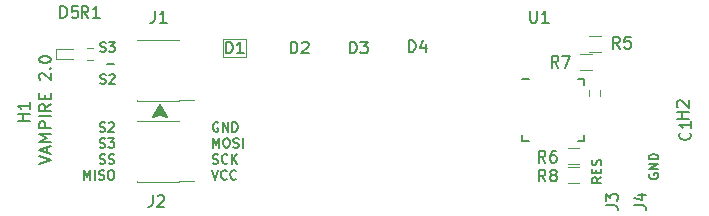
<source format=gbr>
G04 #@! TF.GenerationSoftware,KiCad,Pcbnew,5.0.1*
G04 #@! TF.CreationDate,2018-12-04T10:53:53+13:00*
G04 #@! TF.ProjectId,jake_small,6A616B655F736D616C6C2E6B69636164,rev?*
G04 #@! TF.SameCoordinates,Original*
G04 #@! TF.FileFunction,Legend,Top*
G04 #@! TF.FilePolarity,Positive*
%FSLAX46Y46*%
G04 Gerber Fmt 4.6, Leading zero omitted, Abs format (unit mm)*
G04 Created by KiCad (PCBNEW 5.0.1) date Tue 04 Dec 2018 10:53:53 NZDT*
%MOMM*%
%LPD*%
G01*
G04 APERTURE LIST*
%ADD10C,0.150000*%
%ADD11C,0.100000*%
%ADD12C,0.120000*%
G04 APERTURE END LIST*
D10*
X172600000Y-52409523D02*
X172561904Y-52485714D01*
X172561904Y-52600000D01*
X172600000Y-52714285D01*
X172676190Y-52790476D01*
X172752380Y-52828571D01*
X172904761Y-52866666D01*
X173019047Y-52866666D01*
X173171428Y-52828571D01*
X173247619Y-52790476D01*
X173323809Y-52714285D01*
X173361904Y-52600000D01*
X173361904Y-52523809D01*
X173323809Y-52409523D01*
X173285714Y-52371428D01*
X173019047Y-52371428D01*
X173019047Y-52523809D01*
X173361904Y-52028571D02*
X172561904Y-52028571D01*
X173361904Y-51571428D01*
X172561904Y-51571428D01*
X173361904Y-51190476D02*
X172561904Y-51190476D01*
X172561904Y-51000000D01*
X172600000Y-50885714D01*
X172676190Y-50809523D01*
X172752380Y-50771428D01*
X172904761Y-50733333D01*
X173019047Y-50733333D01*
X173171428Y-50771428D01*
X173247619Y-50809523D01*
X173323809Y-50885714D01*
X173361904Y-51000000D01*
X173361904Y-51190476D01*
X168561904Y-52695238D02*
X168180952Y-52961904D01*
X168561904Y-53152380D02*
X167761904Y-53152380D01*
X167761904Y-52847619D01*
X167800000Y-52771428D01*
X167838095Y-52733333D01*
X167914285Y-52695238D01*
X168028571Y-52695238D01*
X168104761Y-52733333D01*
X168142857Y-52771428D01*
X168180952Y-52847619D01*
X168180952Y-53152380D01*
X168142857Y-52352380D02*
X168142857Y-52085714D01*
X168561904Y-51971428D02*
X168561904Y-52352380D01*
X167761904Y-52352380D01*
X167761904Y-51971428D01*
X168523809Y-51666666D02*
X168561904Y-51552380D01*
X168561904Y-51361904D01*
X168523809Y-51285714D01*
X168485714Y-51247619D01*
X168409523Y-51209523D01*
X168333333Y-51209523D01*
X168257142Y-51247619D01*
X168219047Y-51285714D01*
X168180952Y-51361904D01*
X168142857Y-51514285D01*
X168104761Y-51590476D01*
X168066666Y-51628571D01*
X167990476Y-51666666D01*
X167914285Y-51666666D01*
X167838095Y-51628571D01*
X167800000Y-51590476D01*
X167761904Y-51514285D01*
X167761904Y-51323809D01*
X167800000Y-51209523D01*
G36*
X131200000Y-46600000D02*
X130600000Y-47600000D01*
X131200000Y-47400000D01*
X131800000Y-47600000D01*
X131200000Y-46600000D01*
G37*
X131200000Y-46600000D02*
X130600000Y-47600000D01*
X131200000Y-47400000D01*
X131800000Y-47600000D01*
X131200000Y-46600000D01*
D11*
X136500000Y-42500000D02*
X138500000Y-42500000D01*
X136500000Y-41000000D02*
X136500000Y-42500000D01*
X138500000Y-41000000D02*
X136500000Y-41000000D01*
X138500000Y-42500000D02*
X138500000Y-41000000D01*
D10*
X152261904Y-42102380D02*
X152261904Y-41102380D01*
X152500000Y-41102380D01*
X152642857Y-41150000D01*
X152738095Y-41245238D01*
X152785714Y-41340476D01*
X152833333Y-41530952D01*
X152833333Y-41673809D01*
X152785714Y-41864285D01*
X152738095Y-41959523D01*
X152642857Y-42054761D01*
X152500000Y-42102380D01*
X152261904Y-42102380D01*
X153690476Y-41435714D02*
X153690476Y-42102380D01*
X153452380Y-41054761D02*
X153214285Y-41769047D01*
X153833333Y-41769047D01*
X147261904Y-42202380D02*
X147261904Y-41202380D01*
X147500000Y-41202380D01*
X147642857Y-41250000D01*
X147738095Y-41345238D01*
X147785714Y-41440476D01*
X147833333Y-41630952D01*
X147833333Y-41773809D01*
X147785714Y-41964285D01*
X147738095Y-42059523D01*
X147642857Y-42154761D01*
X147500000Y-42202380D01*
X147261904Y-42202380D01*
X148166666Y-41202380D02*
X148785714Y-41202380D01*
X148452380Y-41583333D01*
X148595238Y-41583333D01*
X148690476Y-41630952D01*
X148738095Y-41678571D01*
X148785714Y-41773809D01*
X148785714Y-42011904D01*
X148738095Y-42107142D01*
X148690476Y-42154761D01*
X148595238Y-42202380D01*
X148309523Y-42202380D01*
X148214285Y-42154761D01*
X148166666Y-42107142D01*
X142261904Y-42202380D02*
X142261904Y-41202380D01*
X142500000Y-41202380D01*
X142642857Y-41250000D01*
X142738095Y-41345238D01*
X142785714Y-41440476D01*
X142833333Y-41630952D01*
X142833333Y-41773809D01*
X142785714Y-41964285D01*
X142738095Y-42059523D01*
X142642857Y-42154761D01*
X142500000Y-42202380D01*
X142261904Y-42202380D01*
X143214285Y-41297619D02*
X143261904Y-41250000D01*
X143357142Y-41202380D01*
X143595238Y-41202380D01*
X143690476Y-41250000D01*
X143738095Y-41297619D01*
X143785714Y-41392857D01*
X143785714Y-41488095D01*
X143738095Y-41630952D01*
X143166666Y-42202380D01*
X143785714Y-42202380D01*
X136761904Y-42202380D02*
X136761904Y-41202380D01*
X137000000Y-41202380D01*
X137142857Y-41250000D01*
X137238095Y-41345238D01*
X137285714Y-41440476D01*
X137333333Y-41630952D01*
X137333333Y-41773809D01*
X137285714Y-41964285D01*
X137238095Y-42059523D01*
X137142857Y-42154761D01*
X137000000Y-42202380D01*
X136761904Y-42202380D01*
X138285714Y-42202380D02*
X137714285Y-42202380D01*
X138000000Y-42202380D02*
X138000000Y-41202380D01*
X137904761Y-41345238D01*
X137809523Y-41440476D01*
X137714285Y-41488095D01*
X136107023Y-48075000D02*
X136030833Y-48036904D01*
X135916547Y-48036904D01*
X135802261Y-48075000D01*
X135726071Y-48151190D01*
X135687976Y-48227380D01*
X135649880Y-48379761D01*
X135649880Y-48494047D01*
X135687976Y-48646428D01*
X135726071Y-48722619D01*
X135802261Y-48798809D01*
X135916547Y-48836904D01*
X135992738Y-48836904D01*
X136107023Y-48798809D01*
X136145119Y-48760714D01*
X136145119Y-48494047D01*
X135992738Y-48494047D01*
X136487976Y-48836904D02*
X136487976Y-48036904D01*
X136945119Y-48836904D01*
X136945119Y-48036904D01*
X137326071Y-48836904D02*
X137326071Y-48036904D01*
X137516547Y-48036904D01*
X137630833Y-48075000D01*
X137707023Y-48151190D01*
X137745119Y-48227380D01*
X137783214Y-48379761D01*
X137783214Y-48494047D01*
X137745119Y-48646428D01*
X137707023Y-48722619D01*
X137630833Y-48798809D01*
X137516547Y-48836904D01*
X137326071Y-48836904D01*
X135687976Y-50186904D02*
X135687976Y-49386904D01*
X135954642Y-49958333D01*
X136221309Y-49386904D01*
X136221309Y-50186904D01*
X136754642Y-49386904D02*
X136907023Y-49386904D01*
X136983214Y-49425000D01*
X137059404Y-49501190D01*
X137097500Y-49653571D01*
X137097500Y-49920238D01*
X137059404Y-50072619D01*
X136983214Y-50148809D01*
X136907023Y-50186904D01*
X136754642Y-50186904D01*
X136678452Y-50148809D01*
X136602261Y-50072619D01*
X136564166Y-49920238D01*
X136564166Y-49653571D01*
X136602261Y-49501190D01*
X136678452Y-49425000D01*
X136754642Y-49386904D01*
X137402261Y-50148809D02*
X137516547Y-50186904D01*
X137707023Y-50186904D01*
X137783214Y-50148809D01*
X137821309Y-50110714D01*
X137859404Y-50034523D01*
X137859404Y-49958333D01*
X137821309Y-49882142D01*
X137783214Y-49844047D01*
X137707023Y-49805952D01*
X137554642Y-49767857D01*
X137478452Y-49729761D01*
X137440357Y-49691666D01*
X137402261Y-49615476D01*
X137402261Y-49539285D01*
X137440357Y-49463095D01*
X137478452Y-49425000D01*
X137554642Y-49386904D01*
X137745119Y-49386904D01*
X137859404Y-49425000D01*
X138202261Y-50186904D02*
X138202261Y-49386904D01*
X135649880Y-51498809D02*
X135764166Y-51536904D01*
X135954642Y-51536904D01*
X136030833Y-51498809D01*
X136068928Y-51460714D01*
X136107023Y-51384523D01*
X136107023Y-51308333D01*
X136068928Y-51232142D01*
X136030833Y-51194047D01*
X135954642Y-51155952D01*
X135802261Y-51117857D01*
X135726071Y-51079761D01*
X135687976Y-51041666D01*
X135649880Y-50965476D01*
X135649880Y-50889285D01*
X135687976Y-50813095D01*
X135726071Y-50775000D01*
X135802261Y-50736904D01*
X135992738Y-50736904D01*
X136107023Y-50775000D01*
X136907023Y-51460714D02*
X136868928Y-51498809D01*
X136754642Y-51536904D01*
X136678452Y-51536904D01*
X136564166Y-51498809D01*
X136487976Y-51422619D01*
X136449880Y-51346428D01*
X136411785Y-51194047D01*
X136411785Y-51079761D01*
X136449880Y-50927380D01*
X136487976Y-50851190D01*
X136564166Y-50775000D01*
X136678452Y-50736904D01*
X136754642Y-50736904D01*
X136868928Y-50775000D01*
X136907023Y-50813095D01*
X137249880Y-51536904D02*
X137249880Y-50736904D01*
X137707023Y-51536904D02*
X137364166Y-51079761D01*
X137707023Y-50736904D02*
X137249880Y-51194047D01*
X135573690Y-52086904D02*
X135840357Y-52886904D01*
X136107023Y-52086904D01*
X136830833Y-52810714D02*
X136792738Y-52848809D01*
X136678452Y-52886904D01*
X136602261Y-52886904D01*
X136487976Y-52848809D01*
X136411785Y-52772619D01*
X136373690Y-52696428D01*
X136335595Y-52544047D01*
X136335595Y-52429761D01*
X136373690Y-52277380D01*
X136411785Y-52201190D01*
X136487976Y-52125000D01*
X136602261Y-52086904D01*
X136678452Y-52086904D01*
X136792738Y-52125000D01*
X136830833Y-52163095D01*
X137630833Y-52810714D02*
X137592738Y-52848809D01*
X137478452Y-52886904D01*
X137402261Y-52886904D01*
X137287976Y-52848809D01*
X137211785Y-52772619D01*
X137173690Y-52696428D01*
X137135595Y-52544047D01*
X137135595Y-52429761D01*
X137173690Y-52277380D01*
X137211785Y-52201190D01*
X137287976Y-52125000D01*
X137402261Y-52086904D01*
X137478452Y-52086904D01*
X137592738Y-52125000D01*
X137630833Y-52163095D01*
X126131071Y-42023809D02*
X126245357Y-42061904D01*
X126435833Y-42061904D01*
X126512023Y-42023809D01*
X126550119Y-41985714D01*
X126588214Y-41909523D01*
X126588214Y-41833333D01*
X126550119Y-41757142D01*
X126512023Y-41719047D01*
X126435833Y-41680952D01*
X126283452Y-41642857D01*
X126207261Y-41604761D01*
X126169166Y-41566666D01*
X126131071Y-41490476D01*
X126131071Y-41414285D01*
X126169166Y-41338095D01*
X126207261Y-41300000D01*
X126283452Y-41261904D01*
X126473928Y-41261904D01*
X126588214Y-41300000D01*
X126854880Y-41261904D02*
X127350119Y-41261904D01*
X127083452Y-41566666D01*
X127197738Y-41566666D01*
X127273928Y-41604761D01*
X127312023Y-41642857D01*
X127350119Y-41719047D01*
X127350119Y-41909523D01*
X127312023Y-41985714D01*
X127273928Y-42023809D01*
X127197738Y-42061904D01*
X126969166Y-42061904D01*
X126892976Y-42023809D01*
X126854880Y-41985714D01*
X126702500Y-43107142D02*
X127312023Y-43107142D01*
X126131071Y-44723809D02*
X126245357Y-44761904D01*
X126435833Y-44761904D01*
X126512023Y-44723809D01*
X126550119Y-44685714D01*
X126588214Y-44609523D01*
X126588214Y-44533333D01*
X126550119Y-44457142D01*
X126512023Y-44419047D01*
X126435833Y-44380952D01*
X126283452Y-44342857D01*
X126207261Y-44304761D01*
X126169166Y-44266666D01*
X126131071Y-44190476D01*
X126131071Y-44114285D01*
X126169166Y-44038095D01*
X126207261Y-44000000D01*
X126283452Y-43961904D01*
X126473928Y-43961904D01*
X126588214Y-44000000D01*
X126892976Y-44038095D02*
X126931071Y-44000000D01*
X127007261Y-43961904D01*
X127197738Y-43961904D01*
X127273928Y-44000000D01*
X127312023Y-44038095D01*
X127350119Y-44114285D01*
X127350119Y-44190476D01*
X127312023Y-44304761D01*
X126854880Y-44761904D01*
X127350119Y-44761904D01*
X126081071Y-48798809D02*
X126195357Y-48836904D01*
X126385833Y-48836904D01*
X126462023Y-48798809D01*
X126500119Y-48760714D01*
X126538214Y-48684523D01*
X126538214Y-48608333D01*
X126500119Y-48532142D01*
X126462023Y-48494047D01*
X126385833Y-48455952D01*
X126233452Y-48417857D01*
X126157261Y-48379761D01*
X126119166Y-48341666D01*
X126081071Y-48265476D01*
X126081071Y-48189285D01*
X126119166Y-48113095D01*
X126157261Y-48075000D01*
X126233452Y-48036904D01*
X126423928Y-48036904D01*
X126538214Y-48075000D01*
X126842976Y-48113095D02*
X126881071Y-48075000D01*
X126957261Y-48036904D01*
X127147738Y-48036904D01*
X127223928Y-48075000D01*
X127262023Y-48113095D01*
X127300119Y-48189285D01*
X127300119Y-48265476D01*
X127262023Y-48379761D01*
X126804880Y-48836904D01*
X127300119Y-48836904D01*
X126081071Y-50148809D02*
X126195357Y-50186904D01*
X126385833Y-50186904D01*
X126462023Y-50148809D01*
X126500119Y-50110714D01*
X126538214Y-50034523D01*
X126538214Y-49958333D01*
X126500119Y-49882142D01*
X126462023Y-49844047D01*
X126385833Y-49805952D01*
X126233452Y-49767857D01*
X126157261Y-49729761D01*
X126119166Y-49691666D01*
X126081071Y-49615476D01*
X126081071Y-49539285D01*
X126119166Y-49463095D01*
X126157261Y-49425000D01*
X126233452Y-49386904D01*
X126423928Y-49386904D01*
X126538214Y-49425000D01*
X126804880Y-49386904D02*
X127300119Y-49386904D01*
X127033452Y-49691666D01*
X127147738Y-49691666D01*
X127223928Y-49729761D01*
X127262023Y-49767857D01*
X127300119Y-49844047D01*
X127300119Y-50034523D01*
X127262023Y-50110714D01*
X127223928Y-50148809D01*
X127147738Y-50186904D01*
X126919166Y-50186904D01*
X126842976Y-50148809D01*
X126804880Y-50110714D01*
X126081071Y-51498809D02*
X126195357Y-51536904D01*
X126385833Y-51536904D01*
X126462023Y-51498809D01*
X126500119Y-51460714D01*
X126538214Y-51384523D01*
X126538214Y-51308333D01*
X126500119Y-51232142D01*
X126462023Y-51194047D01*
X126385833Y-51155952D01*
X126233452Y-51117857D01*
X126157261Y-51079761D01*
X126119166Y-51041666D01*
X126081071Y-50965476D01*
X126081071Y-50889285D01*
X126119166Y-50813095D01*
X126157261Y-50775000D01*
X126233452Y-50736904D01*
X126423928Y-50736904D01*
X126538214Y-50775000D01*
X126842976Y-51498809D02*
X126957261Y-51536904D01*
X127147738Y-51536904D01*
X127223928Y-51498809D01*
X127262023Y-51460714D01*
X127300119Y-51384523D01*
X127300119Y-51308333D01*
X127262023Y-51232142D01*
X127223928Y-51194047D01*
X127147738Y-51155952D01*
X126995357Y-51117857D01*
X126919166Y-51079761D01*
X126881071Y-51041666D01*
X126842976Y-50965476D01*
X126842976Y-50889285D01*
X126881071Y-50813095D01*
X126919166Y-50775000D01*
X126995357Y-50736904D01*
X127185833Y-50736904D01*
X127300119Y-50775000D01*
X124747738Y-52886904D02*
X124747738Y-52086904D01*
X125014404Y-52658333D01*
X125281071Y-52086904D01*
X125281071Y-52886904D01*
X125662023Y-52886904D02*
X125662023Y-52086904D01*
X126004880Y-52848809D02*
X126119166Y-52886904D01*
X126309642Y-52886904D01*
X126385833Y-52848809D01*
X126423928Y-52810714D01*
X126462023Y-52734523D01*
X126462023Y-52658333D01*
X126423928Y-52582142D01*
X126385833Y-52544047D01*
X126309642Y-52505952D01*
X126157261Y-52467857D01*
X126081071Y-52429761D01*
X126042976Y-52391666D01*
X126004880Y-52315476D01*
X126004880Y-52239285D01*
X126042976Y-52163095D01*
X126081071Y-52125000D01*
X126157261Y-52086904D01*
X126347738Y-52086904D01*
X126462023Y-52125000D01*
X126957261Y-52086904D02*
X127109642Y-52086904D01*
X127185833Y-52125000D01*
X127262023Y-52201190D01*
X127300119Y-52353571D01*
X127300119Y-52620238D01*
X127262023Y-52772619D01*
X127185833Y-52848809D01*
X127109642Y-52886904D01*
X126957261Y-52886904D01*
X126881071Y-52848809D01*
X126804880Y-52772619D01*
X126766785Y-52620238D01*
X126766785Y-52353571D01*
X126804880Y-52201190D01*
X126881071Y-52125000D01*
X126957261Y-52086904D01*
X120952380Y-51545238D02*
X121952380Y-51211904D01*
X120952380Y-50878571D01*
X121666666Y-50592857D02*
X121666666Y-50116666D01*
X121952380Y-50688095D02*
X120952380Y-50354761D01*
X121952380Y-50021428D01*
X121952380Y-49688095D02*
X120952380Y-49688095D01*
X121666666Y-49354761D01*
X120952380Y-49021428D01*
X121952380Y-49021428D01*
X121952380Y-48545238D02*
X120952380Y-48545238D01*
X120952380Y-48164285D01*
X121000000Y-48069047D01*
X121047619Y-48021428D01*
X121142857Y-47973809D01*
X121285714Y-47973809D01*
X121380952Y-48021428D01*
X121428571Y-48069047D01*
X121476190Y-48164285D01*
X121476190Y-48545238D01*
X121952380Y-47545238D02*
X120952380Y-47545238D01*
X121952380Y-46497619D02*
X121476190Y-46830952D01*
X121952380Y-47069047D02*
X120952380Y-47069047D01*
X120952380Y-46688095D01*
X121000000Y-46592857D01*
X121047619Y-46545238D01*
X121142857Y-46497619D01*
X121285714Y-46497619D01*
X121380952Y-46545238D01*
X121428571Y-46592857D01*
X121476190Y-46688095D01*
X121476190Y-47069047D01*
X121428571Y-46069047D02*
X121428571Y-45735714D01*
X121952380Y-45592857D02*
X121952380Y-46069047D01*
X120952380Y-46069047D01*
X120952380Y-45592857D01*
X121047619Y-44450000D02*
X121000000Y-44402380D01*
X120952380Y-44307142D01*
X120952380Y-44069047D01*
X121000000Y-43973809D01*
X121047619Y-43926190D01*
X121142857Y-43878571D01*
X121238095Y-43878571D01*
X121380952Y-43926190D01*
X121952380Y-44497619D01*
X121952380Y-43878571D01*
X121857142Y-43450000D02*
X121904761Y-43402380D01*
X121952380Y-43450000D01*
X121904761Y-43497619D01*
X121857142Y-43450000D01*
X121952380Y-43450000D01*
X120952380Y-42783333D02*
X120952380Y-42688095D01*
X121000000Y-42592857D01*
X121047619Y-42545238D01*
X121142857Y-42497619D01*
X121333333Y-42450000D01*
X121571428Y-42450000D01*
X121761904Y-42497619D01*
X121857142Y-42545238D01*
X121904761Y-42592857D01*
X121952380Y-42688095D01*
X121952380Y-42783333D01*
X121904761Y-42878571D01*
X121857142Y-42926190D01*
X121761904Y-42973809D01*
X121571428Y-43021428D01*
X121333333Y-43021428D01*
X121142857Y-42973809D01*
X121047619Y-42926190D01*
X121000000Y-42878571D01*
X120952380Y-42783333D01*
D12*
G04 #@! TO.C,J2*
X132765000Y-53100000D02*
X129235000Y-53100000D01*
X132765000Y-47900000D02*
X129235000Y-47900000D01*
X134090000Y-53035000D02*
X132765000Y-53035000D01*
X132765000Y-53100000D02*
X132765000Y-53035000D01*
X129235000Y-53100000D02*
X129235000Y-53035000D01*
X132765000Y-47965000D02*
X132765000Y-47900000D01*
X129235000Y-47965000D02*
X129235000Y-47900000D01*
G04 #@! TO.C,J1*
X129235000Y-41115000D02*
X129235000Y-41050000D01*
X132765000Y-41115000D02*
X132765000Y-41050000D01*
X129235000Y-46250000D02*
X129235000Y-46185000D01*
X132765000Y-46250000D02*
X132765000Y-46185000D01*
X134090000Y-46185000D02*
X132765000Y-46185000D01*
X132765000Y-41050000D02*
X129235000Y-41050000D01*
X132765000Y-46250000D02*
X129235000Y-46250000D01*
G04 #@! TO.C,R8*
X166700000Y-53180000D02*
X165700000Y-53180000D01*
X165700000Y-51820000D02*
X166700000Y-51820000D01*
G04 #@! TO.C,R6*
X165700000Y-50220000D02*
X166700000Y-50220000D01*
X166700000Y-51580000D02*
X165700000Y-51580000D01*
G04 #@! TO.C,C1*
X168470000Y-45775000D02*
X168470000Y-45275000D01*
X167530000Y-45275000D02*
X167530000Y-45775000D01*
D10*
G04 #@! TO.C,U1*
X167125000Y-44375000D02*
X166600000Y-44375000D01*
X167125000Y-49625000D02*
X166600000Y-49625000D01*
X161875000Y-49625000D02*
X162400000Y-49625000D01*
X161875000Y-44375000D02*
X162400000Y-44375000D01*
X167125000Y-49625000D02*
X167125000Y-49100000D01*
X161875000Y-49625000D02*
X161875000Y-49100000D01*
X167125000Y-44375000D02*
X167125000Y-44900000D01*
D12*
G04 #@! TO.C,R7*
X167750000Y-43580000D02*
X166750000Y-43580000D01*
X166750000Y-42220000D02*
X167750000Y-42220000D01*
G04 #@! TO.C,R5*
X168500000Y-42080000D02*
X167500000Y-42080000D01*
X167500000Y-40720000D02*
X168500000Y-40720000D01*
G04 #@! TO.C,D5*
X122350000Y-41800000D02*
X123800000Y-41800000D01*
X122350000Y-42700000D02*
X123800000Y-42700000D01*
X122350000Y-41800000D02*
X122350000Y-42700000D01*
G04 #@! TO.C,R1*
X125050000Y-42780000D02*
X125550000Y-42780000D01*
X125550000Y-41720000D02*
X125050000Y-41720000D01*
G04 #@! TO.C,J2*
D10*
X130566666Y-54202380D02*
X130566666Y-54916666D01*
X130519047Y-55059523D01*
X130423809Y-55154761D01*
X130280952Y-55202380D01*
X130185714Y-55202380D01*
X130995238Y-54297619D02*
X131042857Y-54250000D01*
X131138095Y-54202380D01*
X131376190Y-54202380D01*
X131471428Y-54250000D01*
X131519047Y-54297619D01*
X131566666Y-54392857D01*
X131566666Y-54488095D01*
X131519047Y-54630952D01*
X130947619Y-55202380D01*
X131566666Y-55202380D01*
G04 #@! TO.C,J1*
X130766666Y-38602380D02*
X130766666Y-39316666D01*
X130719047Y-39459523D01*
X130623809Y-39554761D01*
X130480952Y-39602380D01*
X130385714Y-39602380D01*
X131766666Y-39602380D02*
X131195238Y-39602380D01*
X131480952Y-39602380D02*
X131480952Y-38602380D01*
X131385714Y-38745238D01*
X131290476Y-38840476D01*
X131195238Y-38888095D01*
G04 #@! TO.C,R8*
X163833333Y-53052380D02*
X163500000Y-52576190D01*
X163261904Y-53052380D02*
X163261904Y-52052380D01*
X163642857Y-52052380D01*
X163738095Y-52100000D01*
X163785714Y-52147619D01*
X163833333Y-52242857D01*
X163833333Y-52385714D01*
X163785714Y-52480952D01*
X163738095Y-52528571D01*
X163642857Y-52576190D01*
X163261904Y-52576190D01*
X164404761Y-52480952D02*
X164309523Y-52433333D01*
X164261904Y-52385714D01*
X164214285Y-52290476D01*
X164214285Y-52242857D01*
X164261904Y-52147619D01*
X164309523Y-52100000D01*
X164404761Y-52052380D01*
X164595238Y-52052380D01*
X164690476Y-52100000D01*
X164738095Y-52147619D01*
X164785714Y-52242857D01*
X164785714Y-52290476D01*
X164738095Y-52385714D01*
X164690476Y-52433333D01*
X164595238Y-52480952D01*
X164404761Y-52480952D01*
X164309523Y-52528571D01*
X164261904Y-52576190D01*
X164214285Y-52671428D01*
X164214285Y-52861904D01*
X164261904Y-52957142D01*
X164309523Y-53004761D01*
X164404761Y-53052380D01*
X164595238Y-53052380D01*
X164690476Y-53004761D01*
X164738095Y-52957142D01*
X164785714Y-52861904D01*
X164785714Y-52671428D01*
X164738095Y-52576190D01*
X164690476Y-52528571D01*
X164595238Y-52480952D01*
G04 #@! TO.C,R6*
X163833333Y-51452380D02*
X163500000Y-50976190D01*
X163261904Y-51452380D02*
X163261904Y-50452380D01*
X163642857Y-50452380D01*
X163738095Y-50500000D01*
X163785714Y-50547619D01*
X163833333Y-50642857D01*
X163833333Y-50785714D01*
X163785714Y-50880952D01*
X163738095Y-50928571D01*
X163642857Y-50976190D01*
X163261904Y-50976190D01*
X164690476Y-50452380D02*
X164500000Y-50452380D01*
X164404761Y-50500000D01*
X164357142Y-50547619D01*
X164261904Y-50690476D01*
X164214285Y-50880952D01*
X164214285Y-51261904D01*
X164261904Y-51357142D01*
X164309523Y-51404761D01*
X164404761Y-51452380D01*
X164595238Y-51452380D01*
X164690476Y-51404761D01*
X164738095Y-51357142D01*
X164785714Y-51261904D01*
X164785714Y-51023809D01*
X164738095Y-50928571D01*
X164690476Y-50880952D01*
X164595238Y-50833333D01*
X164404761Y-50833333D01*
X164309523Y-50880952D01*
X164261904Y-50928571D01*
X164214285Y-51023809D01*
G04 #@! TO.C,C1*
X176057142Y-48916666D02*
X176104761Y-48964285D01*
X176152380Y-49107142D01*
X176152380Y-49202380D01*
X176104761Y-49345238D01*
X176009523Y-49440476D01*
X175914285Y-49488095D01*
X175723809Y-49535714D01*
X175580952Y-49535714D01*
X175390476Y-49488095D01*
X175295238Y-49440476D01*
X175200000Y-49345238D01*
X175152380Y-49202380D01*
X175152380Y-49107142D01*
X175200000Y-48964285D01*
X175247619Y-48916666D01*
X176152380Y-47964285D02*
X176152380Y-48535714D01*
X176152380Y-48250000D02*
X175152380Y-48250000D01*
X175295238Y-48345238D01*
X175390476Y-48440476D01*
X175438095Y-48535714D01*
G04 #@! TO.C,H1*
X120152380Y-47911904D02*
X119152380Y-47911904D01*
X119628571Y-47911904D02*
X119628571Y-47340476D01*
X120152380Y-47340476D02*
X119152380Y-47340476D01*
X120152380Y-46340476D02*
X120152380Y-46911904D01*
X120152380Y-46626190D02*
X119152380Y-46626190D01*
X119295238Y-46721428D01*
X119390476Y-46816666D01*
X119438095Y-46911904D01*
G04 #@! TO.C,H2*
X175952380Y-47761904D02*
X174952380Y-47761904D01*
X175428571Y-47761904D02*
X175428571Y-47190476D01*
X175952380Y-47190476D02*
X174952380Y-47190476D01*
X175047619Y-46761904D02*
X175000000Y-46714285D01*
X174952380Y-46619047D01*
X174952380Y-46380952D01*
X175000000Y-46285714D01*
X175047619Y-46238095D01*
X175142857Y-46190476D01*
X175238095Y-46190476D01*
X175380952Y-46238095D01*
X175952380Y-46809523D01*
X175952380Y-46190476D01*
G04 #@! TO.C,U1*
X162538095Y-38602380D02*
X162538095Y-39411904D01*
X162585714Y-39507142D01*
X162633333Y-39554761D01*
X162728571Y-39602380D01*
X162919047Y-39602380D01*
X163014285Y-39554761D01*
X163061904Y-39507142D01*
X163109523Y-39411904D01*
X163109523Y-38602380D01*
X164109523Y-39602380D02*
X163538095Y-39602380D01*
X163823809Y-39602380D02*
X163823809Y-38602380D01*
X163728571Y-38745238D01*
X163633333Y-38840476D01*
X163538095Y-38888095D01*
G04 #@! TO.C,R7*
X164933333Y-43402380D02*
X164600000Y-42926190D01*
X164361904Y-43402380D02*
X164361904Y-42402380D01*
X164742857Y-42402380D01*
X164838095Y-42450000D01*
X164885714Y-42497619D01*
X164933333Y-42592857D01*
X164933333Y-42735714D01*
X164885714Y-42830952D01*
X164838095Y-42878571D01*
X164742857Y-42926190D01*
X164361904Y-42926190D01*
X165266666Y-42402380D02*
X165933333Y-42402380D01*
X165504761Y-43402380D01*
G04 #@! TO.C,R5*
X170133333Y-41802380D02*
X169800000Y-41326190D01*
X169561904Y-41802380D02*
X169561904Y-40802380D01*
X169942857Y-40802380D01*
X170038095Y-40850000D01*
X170085714Y-40897619D01*
X170133333Y-40992857D01*
X170133333Y-41135714D01*
X170085714Y-41230952D01*
X170038095Y-41278571D01*
X169942857Y-41326190D01*
X169561904Y-41326190D01*
X171038095Y-40802380D02*
X170561904Y-40802380D01*
X170514285Y-41278571D01*
X170561904Y-41230952D01*
X170657142Y-41183333D01*
X170895238Y-41183333D01*
X170990476Y-41230952D01*
X171038095Y-41278571D01*
X171085714Y-41373809D01*
X171085714Y-41611904D01*
X171038095Y-41707142D01*
X170990476Y-41754761D01*
X170895238Y-41802380D01*
X170657142Y-41802380D01*
X170561904Y-41754761D01*
X170514285Y-41707142D01*
G04 #@! TO.C,J3*
X168952380Y-55083333D02*
X169666666Y-55083333D01*
X169809523Y-55130952D01*
X169904761Y-55226190D01*
X169952380Y-55369047D01*
X169952380Y-55464285D01*
X168952380Y-54702380D02*
X168952380Y-54083333D01*
X169333333Y-54416666D01*
X169333333Y-54273809D01*
X169380952Y-54178571D01*
X169428571Y-54130952D01*
X169523809Y-54083333D01*
X169761904Y-54083333D01*
X169857142Y-54130952D01*
X169904761Y-54178571D01*
X169952380Y-54273809D01*
X169952380Y-54559523D01*
X169904761Y-54654761D01*
X169857142Y-54702380D01*
G04 #@! TO.C,D5*
X122761904Y-39202380D02*
X122761904Y-38202380D01*
X123000000Y-38202380D01*
X123142857Y-38250000D01*
X123238095Y-38345238D01*
X123285714Y-38440476D01*
X123333333Y-38630952D01*
X123333333Y-38773809D01*
X123285714Y-38964285D01*
X123238095Y-39059523D01*
X123142857Y-39154761D01*
X123000000Y-39202380D01*
X122761904Y-39202380D01*
X124238095Y-38202380D02*
X123761904Y-38202380D01*
X123714285Y-38678571D01*
X123761904Y-38630952D01*
X123857142Y-38583333D01*
X124095238Y-38583333D01*
X124190476Y-38630952D01*
X124238095Y-38678571D01*
X124285714Y-38773809D01*
X124285714Y-39011904D01*
X124238095Y-39107142D01*
X124190476Y-39154761D01*
X124095238Y-39202380D01*
X123857142Y-39202380D01*
X123761904Y-39154761D01*
X123714285Y-39107142D01*
G04 #@! TO.C,J4*
X171352380Y-55083333D02*
X172066666Y-55083333D01*
X172209523Y-55130952D01*
X172304761Y-55226190D01*
X172352380Y-55369047D01*
X172352380Y-55464285D01*
X171685714Y-54178571D02*
X172352380Y-54178571D01*
X171304761Y-54416666D02*
X172019047Y-54654761D01*
X172019047Y-54035714D01*
G04 #@! TO.C,R1*
X125133333Y-39202380D02*
X124800000Y-38726190D01*
X124561904Y-39202380D02*
X124561904Y-38202380D01*
X124942857Y-38202380D01*
X125038095Y-38250000D01*
X125085714Y-38297619D01*
X125133333Y-38392857D01*
X125133333Y-38535714D01*
X125085714Y-38630952D01*
X125038095Y-38678571D01*
X124942857Y-38726190D01*
X124561904Y-38726190D01*
X126085714Y-39202380D02*
X125514285Y-39202380D01*
X125800000Y-39202380D02*
X125800000Y-38202380D01*
X125704761Y-38345238D01*
X125609523Y-38440476D01*
X125514285Y-38488095D01*
G04 #@! TD*
M02*

</source>
